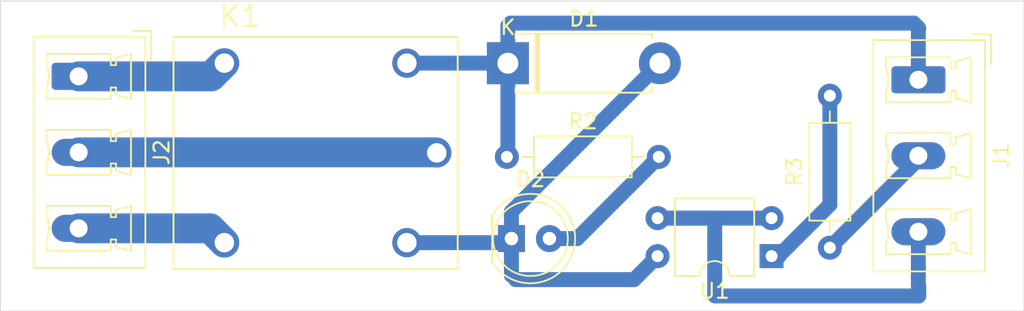
<source format=kicad_pcb>
(kicad_pcb (version 20240108) (generator "pcbnew") (generator_version "8.0")
  (layers (0 "F.Cu" signal) (31 "B.Cu" signal) (34 "B.Paste" user) (35 "F.Paste" user) (36 "B.SilkS" user "B.Silkscreen") (37 "F.SilkS" user "F.Silkscreen") (38 "B.Mask" user) (39 "F.Mask" user) (44 "Edge.Cuts" user))
  (net 0 "")
  (net 1 "Net-(D1-A)")
  (net 2 "12v")
  (net 3 "Net-(D2-A)")
  (net 4 "GND")
  (net 5 "Net-(J1-Pin_2)")
  (net 6 "in2")
  (net 7 "in")
  (net 8 "in3")
  (net 9 "Net-(R3-Pad2)")
  (footprint "Resistor_THT:R_Axial_DIN0207_L6.3mm_D2.5mm_P10.16mm_Horizontal" (layer "F.Cu") (at 33.8582 -10.287)
    (property "Reference" "R2" (at 5.08 -2.37 0) (layer "F.SilkS"))
    (property "Value" "R")
    (fp_line (start 1.04 0) (end 1.81 0) (stroke (width 0.12)) (layer "F.SilkS"))
    (fp_line (start 1.81 -1.37) (end 1.81 1.37) (stroke (width 0.12)) (layer "F.SilkS"))
    (fp_line (start 1.81 1.37) (end 8.35 1.37) (stroke (width 0.12)) (layer "F.SilkS"))
    (fp_line (start 8.35 -1.37) (end 1.81 -1.37) (stroke (width 0.12)) (layer "F.SilkS"))
    (fp_line (start 8.35 1.37) (end 8.35 -1.37) (stroke (width 0.12)) (layer "F.SilkS"))
    (fp_line (start 9.12 0) (end 8.35 0) (stroke (width 0.12)) (layer "F.SilkS"))
    (pad "1" thru_hole circle (at 0 0) (size 1.6 1.6) (drill 0.8) (layers "*.Cu" "*.Mask") (net 2 "12v"))
    (pad "2" thru_hole oval (at 10.16 0) (size 1.6 1.6) (drill 0.8) (layers "*.Cu" "*.Mask") (net 3 "Net-(D2-A)"))
  )
  (footprint "Resistor_THT:R_Axial_DIN0207_L6.3mm_D2.5mm_P10.16mm_Horizontal" (layer "F.Cu") (at 55.4482 -4.2164 90)
    (property "Reference" "R3" (at 5.08 -2.37 -90) (layer "F.SilkS"))
    (property "Value" "R")
    (fp_line (start 8.35 -1.37) (end 1.81 -1.37) (stroke (width 0.12)) (layer "F.SilkS"))
    (fp_line (start 1.81 -1.37) (end 1.81 1.37) (stroke (width 0.12)) (layer "F.SilkS"))
    (fp_line (start 9.12 0) (end 8.35 0) (stroke (width 0.12)) (layer "F.SilkS"))
    (fp_line (start 1.04 0) (end 1.81 0) (stroke (width 0.12)) (layer "F.SilkS"))
    (fp_line (start 8.35 1.37) (end 8.35 -1.37) (stroke (width 0.12)) (layer "F.SilkS"))
    (fp_line (start 1.81 1.37) (end 8.35 1.37) (stroke (width 0.12)) (layer "F.SilkS"))
    (pad "1" thru_hole circle (at 0 0 90) (size 1.6 1.6) (drill 0.8) (layers "*.Cu" "*.Mask") (net 5 "Net-(J1-Pin_2)"))
    (pad "2" thru_hole oval (at 10.16 0 90) (size 1.6 1.6) (drill 0.8) (layers "*.Cu" "*.Mask") (net 9 "Net-(R3-Pad2)"))
  )
  (footprint "Connector_Phoenix_MC_HighVoltage:PhoenixContact_MCV_1,5_3-G-5.08_1x03_P5.08mm_Vertical" (layer "F.Cu") (at 5.2324 -15.6718 -90)
    (property "Reference" "J2" (at 5.08 -5.55 90) (layer "F.SilkS"))
    (property "Value" "Conn_01x03_Pin")
    (fp_line (start -2.65 3.01) (end 12.81 3.01) (stroke (width 0.12)) (layer "F.SilkS"))
    (fp_line (start 12.81 3.01) (end 12.81 -4.46) (stroke (width 0.12)) (layer "F.SilkS"))
    (fp_line (start -1.5 2.15) (end -1.5 -2.15) (stroke (width 0.12)) (layer "F.SilkS"))
    (fp_line (start -0.75 2.15) (end -1.5 2.15) (stroke (width 0.12)) (layer "F.SilkS"))
    (fp_line (start 1.5 2.15) (end 0.75 2.15) (stroke (width 0.12)) (layer "F.SilkS"))
    (fp_line (start 3.58 2.15) (end 3.58 -2.15) (stroke (width 0.12)) (layer "F.SilkS"))
    (fp_line (start 4.33 2.15) (end 3.58 2.15) (stroke (width 0.12)) (layer "F.SilkS"))
    (fp_line (start 6.58 2.15) (end 5.83 2.15) (stroke (width 0.12)) (layer "F.SilkS"))
    (fp_line (start 8.66 2.15) (end 8.66 -2.15) (stroke (width 0.12)) (layer "F.SilkS"))
    (fp_line (start 9.41 2.15) (end 8.66 2.15) (stroke (width 0.12)) (layer "F.SilkS"))
    (fp_line (start 11.66 2.15) (end 10.91 2.15) (stroke (width 0.12)) (layer "F.SilkS"))
    (fp_line (start -1.5 -2.15) (end -0.75 -2.15) (stroke (width 0.12)) (layer "F.SilkS"))
    (fp_line (start -0.75 -2.15) (end -0.75 -2.5) (stroke (width 0.12)) (layer "F.SilkS"))
    (fp_line (start 0.75 -2.15) (end 1.5 -2.15) (stroke (width 0.12)) (layer "F.SilkS"))
    (fp_line (start 1.5 -2.15) (end 1.5 2.15) (stroke (width 0.12)) (layer "F.SilkS"))
    (fp_line (start 3.58 -2.15) (end 4.33 -2.15) (stroke (width 0.12)) (layer "F.SilkS"))
    (fp_line (start 4.33 -2.15) (end 4.33 -2.5) (stroke (width 0.12)) (layer "F.SilkS"))
    (fp_line (start 5.83 -2.15) (end 6.58 -2.15) (stroke (width 0.12)) (layer "F.SilkS"))
    (fp_line (start 6.58 -2.15) (end 6.58 2.15) (stroke (width 0.12)) (layer "F.SilkS"))
    (fp_line (start 8.66 -2.15) (end 9.41 -2.15) (stroke (width 0.12)) (layer "F.SilkS"))
    (fp_line (start 9.41 -2.15) (end 9.41 -2.5) (stroke (width 0.12)) (layer "F.SilkS"))
    (fp_line (start 10.91 -2.15) (end 11.66 -2.15) (stroke (width 0.12)) (layer "F.SilkS"))
    (fp_line (start 11.66 -2.15) (end 11.66 2.15) (stroke (width 0.12)) (layer "F.SilkS"))
    (fp_line (start -1.25 -2.5) (end -1.5 -3.5) (stroke (width 0.12)) (layer "F.SilkS"))
    (fp_line (start -0.75 -2.5) (end -1.25 -2.5) (stroke (width 0.12)) (layer "F.SilkS"))
    (fp_line (start 0.75 -2.5) (end 0.75 -2.15) (stroke (width 0.12)) (layer "F.SilkS"))
    (fp_line (start 1.25 -2.5) (end 0.75 -2.5) (stroke (width 0.12)) (layer "F.SilkS"))
    (fp_line (start 3.83 -2.5) (end 3.58 -3.5) (stroke (width 0.12)) (layer "F.SilkS"))
    (fp_line (start 4.33 -2.5) (end 3.83 -2.5) (stroke (width 0.12)) (layer "F.SilkS"))
    (fp_line (start 5.83 -2.5) (end 5.83 -2.15) (stroke (width 0.12)) (layer "F.SilkS"))
    (fp_line (start 6.33 -2.5) (end 5.83 -2.5) (stroke (width 0.12)) (layer "F.SilkS"))
    (fp_line (start 8.91 -2.5) (end 8.66 -3.5) (stroke (width 0.12)) (layer "F.SilkS"))
    (fp_line (start 9.41 -2.5) (end 8.91 -2.5) (stroke (width 0.12)) (layer "F.SilkS"))
    (fp_line (start 10.91 -2.5) (end 10.91 -2.15) (stroke (width 0.12)) (layer "F.SilkS"))
    (fp_line (start 11.41 -2.5) (end 10.91 -2.5) (stroke (width 0.12)) (layer "F.SilkS"))
    (fp_line (start -1.5 -3.5) (end 1.5 -3.5) (stroke (width 0.12)) (layer "F.SilkS"))
    (fp_line (start 1.5 -3.5) (end 1.25 -2.5) (stroke (width 0.12)) (layer "F.SilkS"))
    (fp_line (start 3.58 -3.5) (end 6.58 -3.5) (stroke (width 0.12)) (layer "F.SilkS"))
    (fp_line (start 6.58 -3.5) (end 6.33 -2.5) (stroke (width 0.12)) (layer "F.SilkS"))
    (fp_line (start 8.66 -3.5) (end 11.66 -3.5) (stroke (width 0.12)) (layer "F.SilkS"))
    (fp_line (start 11.66 -3.5) (end 11.41 -2.5) (stroke (width 0.12)) (layer "F.SilkS"))
    (fp_line (start -3.04 -3.6) (end -3.04 -4.85) (stroke (width 0.12)) (layer "F.SilkS"))
    (fp_line (start -2.65 -4.46) (end -2.65 3.01) (stroke (width 0.12)) (layer "F.SilkS"))
    (fp_line (start 12.81 -4.46) (end -2.65 -4.46) (stroke (width 0.12)) (layer "F.SilkS"))
    (fp_line (start -3.04 -4.85) (end -1.04 -4.85) (stroke (width 0.12)) (layer "F.SilkS"))
    (fp_arc (start -0.75 2.15) (mid -0.000193 1.99191) (end 0.749647 2.149844) (stroke (width 0.12)) (layer "F.SilkS"))
    (fp_arc (start 4.33 2.15) (mid 5.079807 1.99191) (end 5.829647 2.149844) (stroke (width 0.12)) (layer "F.SilkS"))
    (fp_arc (start 9.41 2.15) (mid 10.159807 1.99191) (end 10.909647 2.149844) (stroke (width 0.12)) (layer "F.SilkS"))
    (pad "1" thru_hole roundrect (at 0 0 270) (size 1.8 3.6) (drill 1.2) (layers "*.Cu" "*.Mask") (roundrect_rratio 0.138889) (net 7 "in"))
    (pad "2" thru_hole oval (at 5.08 0 270) (size 1.8 3.6) (drill 1.2) (layers "*.Cu" "*.Mask") (net 6 "in2"))
    (pad "3" thru_hole oval (at 10.16 0 270) (size 1.8 3.6) (drill 1.2) (layers "*.Cu" "*.Mask") (net 8 "in3"))
  )
  (footprint "Package_DIP:DIP-4_W7.62mm" (layer "F.Cu") (at 51.552 -3.6526 180)
    (property "Reference" "U1" (at 3.81 -2.33 180) (layer "F.SilkS"))
    (property "Value" "PC817")
    (fp_line (start 6.46 3.87) (end 6.46 -1.33) (stroke (width 0.12)) (layer "F.SilkS"))
    (fp_line (start 6.46 -1.33) (end 4.81 -1.33) (stroke (width 0.12)) (layer "F.SilkS"))
    (fp_line (start 2.81 -1.33) (end 1.16 -1.33) (stroke (width 0.12)) (layer "F.SilkS"))
    (fp_line (start 1.16 3.87) (end 6.46 3.87) (stroke (width 0.12)) (layer "F.SilkS"))
    (fp_line (start 1.16 -1.33) (end 1.16 3.87) (stroke (width 0.12)) (layer "F.SilkS"))
    (fp_arc (start 4.81 -1.33) (mid 3.81 -0.33) (end 2.81 -1.33) (stroke (width 0.12)) (layer "F.SilkS"))
    (pad "1" thru_hole rect (at 0 0 180) (size 1.6 1.6) (drill 0.8) (layers "*.Cu" "*.Mask") (net 9 "Net-(R3-Pad2)"))
    (pad "2" thru_hole oval (at 0 2.54 180) (size 1.6 1.6) (drill 0.8) (layers "*.Cu" "*.Mask") (net 4 "GND"))
    (pad "3" thru_hole oval (at 7.62 2.54 180) (size 1.6 1.6) (drill 0.8) (layers "*.Cu" "*.Mask") (net 4 "GND"))
    (pad "4" thru_hole oval (at 7.62 0 180) (size 1.6 1.6) (drill 0.8) (layers "*.Cu" "*.Mask") (net 1 "Net-(D1-A)"))
  )
  (footprint "Connector_Phoenix_MC_HighVoltage:PhoenixContact_MCV_1,5_3-G-5.08_1x03_P5.08mm_Vertical" (layer "F.Cu") (at 61.3664 -15.4432 -90)
    (property "Reference" "J1" (at 5.08 -5.55 90) (layer "F.SilkS"))
    (property "Value" "Conn_01x03_Pin")
    (fp_line (start -2.65 3.01) (end 12.81 3.01) (stroke (width 0.12)) (layer "F.SilkS"))
    (fp_line (start 12.81 3.01) (end 12.81 -4.46) (stroke (width 0.12)) (layer "F.SilkS"))
    (fp_line (start -1.5 2.15) (end -1.5 -2.15) (stroke (width 0.12)) (layer "F.SilkS"))
    (fp_line (start -0.75 2.15) (end -1.5 2.15) (stroke (width 0.12)) (layer "F.SilkS"))
    (fp_line (start 1.5 2.15) (end 0.75 2.15) (stroke (width 0.12)) (layer "F.SilkS"))
    (fp_line (start 3.58 2.15) (end 3.58 -2.15) (stroke (width 0.12)) (layer "F.SilkS"))
    (fp_line (start 4.33 2.15) (end 3.58 2.15) (stroke (width 0.12)) (layer "F.SilkS"))
    (fp_line (start 6.58 2.15) (end 5.83 2.15) (stroke (width 0.12)) (layer "F.SilkS"))
    (fp_line (start 8.66 2.15) (end 8.66 -2.15) (stroke (width 0.12)) (layer "F.SilkS"))
    (fp_line (start 9.41 2.15) (end 8.66 2.15) (stroke (width 0.12)) (layer "F.SilkS"))
    (fp_line (start 11.66 2.15) (end 10.91 2.15) (stroke (width 0.12)) (layer "F.SilkS"))
    (fp_line (start -1.5 -2.15) (end -0.75 -2.15) (stroke (width 0.12)) (layer "F.SilkS"))
    (fp_line (start -0.75 -2.15) (end -0.75 -2.5) (stroke (width 0.12)) (layer "F.SilkS"))
    (fp_line (start 0.75 -2.15) (end 1.5 -2.15) (stroke (width 0.12)) (layer "F.SilkS"))
    (fp_line (start 1.5 -2.15) (end 1.5 2.15) (stroke (width 0.12)) (layer "F.SilkS"))
    (fp_line (start 3.58 -2.15) (end 4.33 -2.15) (stroke (width 0.12)) (layer "F.SilkS"))
    (fp_line (start 4.33 -2.15) (end 4.33 -2.5) (stroke (width 0.12)) (layer "F.SilkS"))
    (fp_line (start 5.83 -2.15) (end 6.58 -2.15) (stroke (width 0.12)) (layer "F.SilkS"))
    (fp_line (start 6.58 -2.15) (end 6.58 2.15) (stroke (width 0.12)) (layer "F.SilkS"))
    (fp_line (start 8.66 -2.15) (end 9.41 -2.15) (stroke (width 0.12)) (layer "F.SilkS"))
    (fp_line (start 9.41 -2.15) (end 9.41 -2.5) (stroke (width 0.12)) (layer "F.SilkS"))
    (fp_line (start 10.91 -2.15) (end 11.66 -2.15) (stroke (width 0.12)) (layer "F.SilkS"))
    (fp_line (start 11.66 -2.15) (end 11.66 2.15) (stroke (width 0.12)) (layer "F.SilkS"))
    (fp_line (start -1.25 -2.5) (end -1.5 -3.5) (stroke (width 0.12)) (layer "F.SilkS"))
    (fp_line (start -0.75 -2.5) (end -1.25 -2.5) (stroke (width 0.12)) (layer "F.SilkS"))
    (fp_line (start 0.75 -2.5) (end 0.75 -2.15) (stroke (width 0.12)) (layer "F.SilkS"))
    (fp_line (start 1.25 -2.5) (end 0.75 -2.5) (stroke (width 0.12)) (layer "F.SilkS"))
    (fp_line (start 3.83 -2.5) (end 3.58 -3.5) (stroke (width 0.12)) (layer "F.SilkS"))
    (fp_line (start 4.33 -2.5) (end 3.83 -2.5) (stroke (width 0.12)) (layer "F.SilkS"))
    (fp_line (start 5.83 -2.5) (end 5.83 -2.15) (stroke (width 0.12)) (layer "F.SilkS"))
    (fp_line (start 6.33 -2.5) (end 5.83 -2.5) (stroke (width 0.12)) (layer "F.SilkS"))
    (fp_line (start 8.91 -2.5) (end 8.66 -3.5) (stroke (width 0.12)) (layer "F.SilkS"))
    (fp_line (start 9.41 -2.5) (end 8.91 -2.5) (stroke (width 0.12)) (layer "F.SilkS"))
    (fp_line (start 10.91 -2.5) (end 10.91 -2.15) (stroke (width 0.12)) (layer "F.SilkS"))
    (fp_line (start 11.41 -2.5) (end 10.91 -2.5) (stroke (width 0.12)) (layer "F.SilkS"))
    (fp_line (start -1.5 -3.5) (end 1.5 -3.5) (stroke (width 0.12)) (layer "F.SilkS"))
    (fp_line (start 1.5 -3.5) (end 1.25 -2.5) (stroke (width 0.12)) (layer "F.SilkS"))
    (fp_line (start 3.58 -3.5) (end 6.58 -3.5) (stroke (width 0.12)) (layer "F.SilkS"))
    (fp_line (start 6.58 -3.5) (end 6.33 -2.5) (stroke (width 0.12)) (layer "F.SilkS"))
    (fp_line (start 8.66 -3.5) (end 11.66 -3.5) (stroke (width 0.12)) (layer "F.SilkS"))
    (fp_line (start 11.66 -3.5) (end 11.41 -2.5) (stroke (width 0.12)) (layer "F.SilkS"))
    (fp_line (start -3.04 -3.6) (end -3.04 -4.85) (stroke (width 0.12)) (layer "F.SilkS"))
    (fp_line (start -2.65 -4.46) (end -2.65 3.01) (stroke (width 0.12)) (layer "F.SilkS"))
    (fp_line (start 12.81 -4.46) (end -2.65 -4.46) (stroke (width 0.12)) (layer "F.SilkS"))
    (fp_line (start -3.04 -4.85) (end -1.04 -4.85) (stroke (width 0.12)) (layer "F.SilkS"))
    (fp_arc (start -0.75 2.15) (mid -0.000193 1.99191) (end 0.749647 2.149844) (stroke (width 0.12)) (layer "F.SilkS"))
    (fp_arc (start 4.33 2.15) (mid 5.079807 1.99191) (end 5.829647 2.149844) (stroke (width 0.12)) (layer "F.SilkS"))
    (fp_arc (start 9.41 2.15) (mid 10.159807 1.99191) (end 10.909647 2.149844) (stroke (width 0.12)) (layer "F.SilkS"))
    (pad "1" thru_hole roundrect (at 0 0 270) (size 1.8 3.6) (drill 1.2) (layers "*.Cu" "*.Mask") (roundrect_rratio 0.138889) (net 2 "12v"))
    (pad "2" thru_hole oval (at 5.08 0 270) (size 1.8 3.6) (drill 1.2) (layers "*.Cu" "*.Mask") (net 5 "Net-(J1-Pin_2)"))
    (pad "3" thru_hole oval (at 10.16 0 270) (size 1.8 3.6) (drill 1.2) (layers "*.Cu" "*.Mask") (net 4 "GND"))
  )
  (footprint "LED_THT:LED_D5.0mm_Clear" (layer "F.Cu") (at 34.163 -4.826)
    (property "Reference" "D2" (at 1.27 -3.96 0) (layer "F.SilkS"))
    (property "Value" "LED")
    (fp_line (start -1.29 -1.545) (end -1.29 1.545) (stroke (width 0.12)) (layer "F.SilkS"))
    (fp_arc (start -1.29 -1.54483) (mid 2.072002 -2.880433) (end 4.26 0.000462) (stroke (width 0.12)) (layer "F.SilkS"))
    (fp_arc (start 4.26 -0.000462) (mid 2.072002 2.880433) (end -1.29 1.54483) (stroke (width 0.12)) (layer "F.SilkS"))
    (fp_circle (center 1.27 0) (end 3.77 0) (stroke (width 0.12)) (fill none) (layer "F.SilkS"))
    (pad "1" thru_hole rect (at 0 0) (size 1.8 1.8) (drill 0.9) (layers "*.Cu" "*.Mask") (net 1 "Net-(D1-A)"))
    (pad "2" thru_hole circle (at 2.54 0) (size 1.8 1.8) (drill 0.9) (layers "*.Cu" "*.Mask") (net 3 "Net-(D2-A)"))
  )
  (footprint "3rdparty:RELAY_JQC-3F-1C-24VDC" (layer "F.Cu") (at 21.0726 -10.5536)
    (property "Reference" "K1" (at -5.055 -9.139 0) (layer "F.SilkS") (effects (font (size 1.4 1.4))))
    (property "Value" "JQC-3F-1C-24VDC")
    (fp_line (start -9.5 -7.75) (end 9.5 -7.75) (stroke (width 0.127)) (layer "F.SilkS"))
    (fp_line (start -9.5 7.75) (end -9.5 -7.75) (stroke (width 0.127)) (layer "F.SilkS"))
    (fp_line (start 9.5 -7.75) (end 9.5 7.75) (stroke (width 0.127)) (layer "F.SilkS"))
    (fp_line (start 9.5 7.75) (end -9.5 7.75) (stroke (width 0.127)) (layer "F.SilkS"))
    (pad "COIL1" thru_hole circle (at 6.1 -6) (size 1.95 1.95) (drill 1.3) (layers "*.Cu" "*.Mask") (net 2 "12v"))
    (pad "COIL2" thru_hole circle (at 6.1 6) (size 1.95 1.95) (drill 1.3) (layers "*.Cu" "*.Mask") (net 1 "Net-(D1-A)"))
    (pad "COM" thru_hole circle (at 8.1 0) (size 1.95 1.95) (drill 1.3) (layers "*.Cu" "*.Mask") (net 6 "in2"))
    (pad "NC" thru_hole circle (at -6.1 6) (size 1.95 1.95) (drill 1.3) (layers "*.Cu" "*.Mask") (net 8 "in3"))
    (pad "NO" thru_hole circle (at -6.1 -6) (size 1.95 1.95) (drill 1.3) (layers "*.Cu" "*.Mask") (net 7 "in"))
  )
  (footprint "Diode_THT:D_5W_P10.16mm_Horizontal" (layer "F.Cu") (at 33.9248 -16.5486)
    (property "Reference" "D1" (at 5.08 -2.97 0) (layer "F.SilkS"))
    (property "Value" "D")
    (fp_line (start 0.51 -1.97) (end 9.65 -1.97) (stroke (width 0.12)) (layer "F.SilkS"))
    (fp_line (start 0.51 -1.64) (end 0.51 -1.97) (stroke (width 0.12)) (layer "F.SilkS"))
    (fp_line (start 0.51 1.64) (end 0.51 1.97) (stroke (width 0.12)) (layer "F.SilkS"))
    (fp_line (start 0.51 1.97) (end 9.65 1.97) (stroke (width 0.12)) (layer "F.SilkS"))
    (fp_line (start 1.845 -1.97) (end 1.845 1.97) (stroke (width 0.12)) (layer "F.SilkS"))
    (fp_line (start 1.965 -1.97) (end 1.965 1.97) (stroke (width 0.12)) (layer "F.SilkS"))
    (fp_line (start 2.085 -1.97) (end 2.085 1.97) (stroke (width 0.12)) (layer "F.SilkS"))
    (fp_line (start 9.65 -1.97) (end 9.65 -1.64) (stroke (width 0.12)) (layer "F.SilkS"))
    (fp_line (start 9.65 1.97) (end 9.65 1.64) (stroke (width 0.12)) (layer "F.SilkS"))
    (fp_text user "K" (at 0 -2.4 0) (layer "F.SilkS"))
    (pad "1" thru_hole rect (at 0 0) (size 2.8 2.8) (drill 1.4) (layers "*.Cu" "*.Mask") (net 2 "12v"))
    (pad "2" thru_hole oval (at 10.16 0) (size 2.8 2.8) (drill 1.4) (layers "*.Cu" "*.Mask") (net 1 "Net-(D1-A)"))
  )
  (gr_rect (start 0 -20.701) (end 68.4276 0) (stroke (width 0.05)) (fill none) (layer "Edge.Cuts"))
  (segment (start 27.1726 -4.5536) (end 33.8906 -4.5536) (width 1) (layer "B.Cu") (net 1))
  (segment (start 34.4424 -2.0828) (end 42.3622 -2.0828) (width 1) (layer "B.Cu") (net 1))
  (segment (start 42.3622 -2.0828) (end 43.932 -3.6526) (width 1) (layer "B.Cu") (net 1))
  (segment (start 34.163 -2.3622) (end 34.4424 -2.0828) (width 0.2) (layer "B.Cu") (net 1))
  (segment (start 34.163 -4.826) (end 34.163 -6.6268) (width 1) (layer "B.Cu") (net 1))
  (segment (start 34.163 -4.826) (end 34.163 -2.3622) (width 1) (layer "B.Cu") (net 1))
  (segment (start 33.8906 -4.5536) (end 34.163 -4.826) (width 0.2) (layer "B.Cu") (net 1))
  (segment (start 34.163 -6.6268) (end 44.0848 -16.5486) (width 1) (layer "B.Cu") (net 1))
  (segment (start 33.9248 -16.5486) (end 33.9248 -10.3536) (width 1) (layer "B.Cu") (net 2))
  (segment (start 33.9248 -16.5486) (end 33.9248 -19.0658) (width 1) (layer "B.Cu") (net 2))
  (segment (start 61.3664 -18.8722) (end 61.3664 -15.4432) (width 1) (layer "B.Cu") (net 2))
  (segment (start 33.9198 -16.5536) (end 33.9248 -16.5486) (width 0.2) (layer "B.Cu") (net 2))
  (segment (start 61.0616 -19.2278) (end 61.3918 -18.8976) (width 1) (layer "B.Cu") (net 2))
  (segment (start 33.9248 -10.3536) (end 33.8582 -10.287) (width 0.2) (layer "B.Cu") (net 2))
  (segment (start 27.1726 -16.5536) (end 33.9198 -16.5536) (width 1) (layer "B.Cu") (net 2))
  (segment (start 34.0868 -19.2278) (end 61.0616 -19.2278) (width 1) (layer "B.Cu") (net 2))
  (segment (start 33.9248 -19.0658) (end 34.0868 -19.2278) (width 0.2) (layer "B.Cu") (net 2))
  (segment (start 61.3918 -18.8976) (end 61.3664 -18.8722) (width 0.2) (layer "B.Cu") (net 2))
  (segment (start 38.5572 -4.826) (end 44.0182 -10.287) (width 1) (layer "B.Cu") (net 3))
  (segment (start 36.703 -4.826) (end 38.5572 -4.826) (width 1) (layer "B.Cu") (net 3))
  (segment (start 61.3918 -1.651) (end 61.3664 -1.6764) (width 0.2) (layer "B.Cu") (net 4))
  (segment (start 47.752 -1.016) (end 47.7774 -0.9906) (width 0.2) (layer "B.Cu") (net 4))
  (segment (start 43.932 -6.1926) (end 47.62 -6.1926) (width 1) (layer "B.Cu") (net 4))
  (segment (start 61.3918 -0.9906) (end 61.3918 -1.651) (width 1) (layer "B.Cu") (net 4))
  (segment (start 61.3664 -5.2832) (end 60.198 -5.2832) (width 0.2) (layer "B.Cu") (net 4))
  (segment (start 47.7774 -0.9906) (end 61.3918 -0.9906) (width 1) (layer "B.Cu") (net 4))
  (segment (start 43.932 -6.1926) (end 51.552 -6.1926) (width 1) (layer "B.Cu") (net 4))
  (segment (start 61.3664 -1.6764) (end 61.3664 -5.2832) (width 1) (layer "B.Cu") (net 4))
  (segment (start 47.752 -6.1926) (end 47.752 -1.016) (width 1) (layer "B.Cu") (net 4))
  (segment (start 61.3664 -10.1346) (end 61.3664 -10.3632) (width 0.2) (layer "B.Cu") (net 5))
  (segment (start 55.4482 -4.2164) (end 61.3664 -10.1346) (width 1) (layer "B.Cu") (net 5))
  (segment (start 29.1344 -10.5918) (end 29.1726 -10.5536) (width 0.2) (layer "B.Cu") (net 6))
  (segment (start 5.2324 -10.5918) (end 29.1344 -10.5918) (width 2) (layer "B.Cu") (net 6))
  (segment (start 14.0908 -15.6718) (end 14.9726 -16.5536) (width 2) (layer "B.Cu") (net 7))
  (segment (start 5.2324 -15.6718) (end 14.0908 -15.6718) (width 2) (layer "B.Cu") (net 7))
  (segment (start 5.2324 -5.5118) (end 14.0144 -5.5118) (width 2) (layer "B.Cu") (net 8))
  (segment (start 14.0144 -5.5118) (end 14.9726 -4.5536) (width 2) (layer "B.Cu") (net 8))
  (segment (start 52.065 -3.6526) (end 52.0142 -3.6526) (width 1) (layer "B.Cu") (net 9))
  (segment (start 55.4482 -7.0866) (end 55.4482 -14.3764) (width 1) (layer "B.Cu") (net 9))
  (segment (start 52.0142 -3.6526) (end 55.4482 -7.0866) (width 1) (layer "B.Cu") (net 9))
)
</source>
